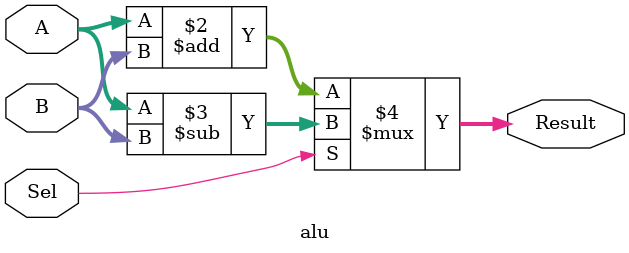
<source format=sv>
module alu #(parameter N = 8) (
input [N:0] A, //N+1 bit operand
input [N-1:0] B, //N bit operand
output [N:0] Result, //N+1 bit result (includes carry)
input Sel //Sel = 0 for add, 1 for sub
);
assign Result = (Sel == 0) ? (A + B) : (A - B);
endmodule
</source>
